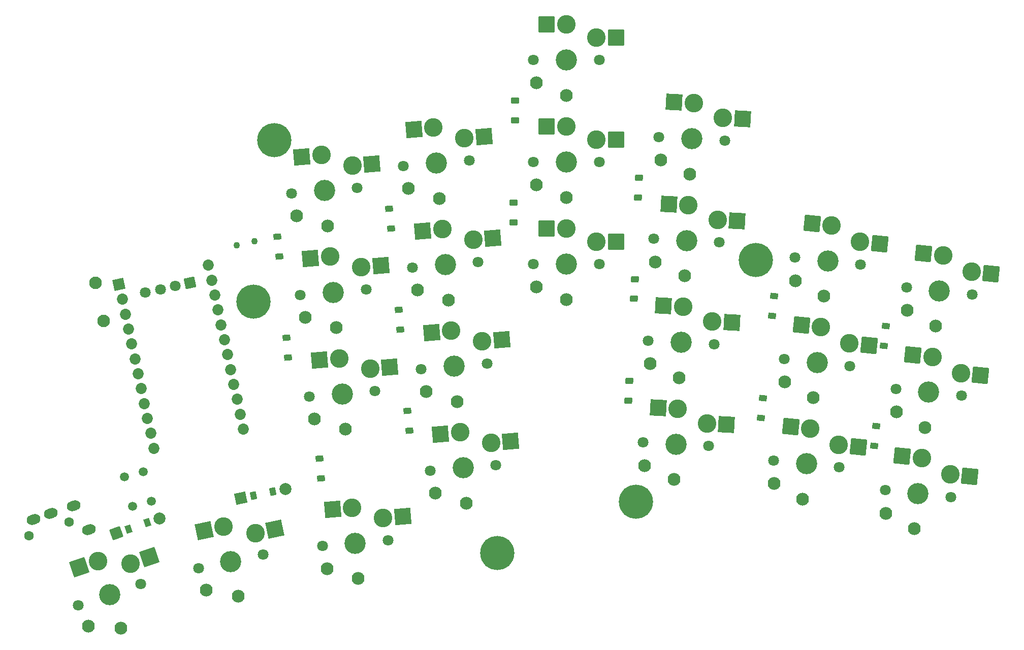
<source format=gbr>
%TF.GenerationSoftware,KiCad,Pcbnew,(6.0.7-1)-1*%
%TF.CreationDate,2022-09-15T11:19:35-04:00*%
%TF.ProjectId,skyline_pcb_right,736b796c-696e-4655-9f70-63625f726967,v1.0.0*%
%TF.SameCoordinates,Original*%
%TF.FileFunction,Soldermask,Bot*%
%TF.FilePolarity,Negative*%
%FSLAX46Y46*%
G04 Gerber Fmt 4.6, Leading zero omitted, Abs format (unit mm)*
G04 Created by KiCad (PCBNEW (6.0.7-1)-1) date 2022-09-15 11:19:35*
%MOMM*%
%LPD*%
G01*
G04 APERTURE LIST*
G04 Aperture macros list*
%AMRoundRect*
0 Rectangle with rounded corners*
0 $1 Rounding radius*
0 $2 $3 $4 $5 $6 $7 $8 $9 X,Y pos of 4 corners*
0 Add a 4 corners polygon primitive as box body*
4,1,4,$2,$3,$4,$5,$6,$7,$8,$9,$2,$3,0*
0 Add four circle primitives for the rounded corners*
1,1,$1+$1,$2,$3*
1,1,$1+$1,$4,$5*
1,1,$1+$1,$6,$7*
1,1,$1+$1,$8,$9*
0 Add four rect primitives between the rounded corners*
20,1,$1+$1,$2,$3,$4,$5,0*
20,1,$1+$1,$4,$5,$6,$7,0*
20,1,$1+$1,$6,$7,$8,$9,0*
20,1,$1+$1,$8,$9,$2,$3,0*%
%AMHorizOval*
0 Thick line with rounded ends*
0 $1 width*
0 $2 $3 position (X,Y) of the first rounded end (center of the circle)*
0 $4 $5 position (X,Y) of the second rounded end (center of the circle)*
0 Add line between two ends*
20,1,$1,$2,$3,$4,$5,0*
0 Add two circle primitives to create the rounded ends*
1,1,$1,$2,$3*
1,1,$1,$4,$5*%
G04 Aperture macros list end*
%ADD10C,3.100000*%
%ADD11C,3.529000*%
%ADD12C,1.801800*%
%ADD13RoundRect,0.050000X-1.001307X-1.541877X1.541877X-1.001307X1.001307X1.541877X-1.541877X1.001307X0*%
%ADD14RoundRect,0.050000X-0.805936X-1.652413X1.652413X-0.805936X0.805936X1.652413X-1.652413X0.805936X0*%
%ADD15RoundRect,0.050000X-1.366255X-1.230182X1.230182X-1.366255X1.366255X1.230182X-1.230182X1.366255X0*%
%ADD16RoundRect,0.050000X-1.428765X-1.156991X1.156991X-1.428765X1.428765X1.156991X-1.156991X1.428765X0*%
%ADD17RoundRect,0.050000X0.636937X-0.395994X0.558497X0.500581X-0.636937X0.395994X-0.558497X-0.500581X0*%
%ADD18RoundRect,0.050000X-1.181751X-1.408356X1.408356X-1.181751X1.181751X1.408356X-1.408356X1.181751X0*%
%ADD19RoundRect,0.050000X-1.300000X-1.300000X1.300000X-1.300000X1.300000X1.300000X-1.300000X1.300000X0*%
%ADD20C,1.497000*%
%ADD21C,2.132000*%
%ADD22RoundRect,0.050000X-1.008150X0.654701X-0.654701X-1.008150X1.008150X-0.654701X0.654701X1.008150X0*%
%ADD23HorizOval,1.800000X0.000000X0.000000X0.000000X0.000000X0*%
%ADD24RoundRect,0.050000X0.549675X-0.510252X0.643751X0.384818X-0.549675X0.510252X-0.643751X-0.384818X0*%
%ADD25C,2.005000*%
%ADD26RoundRect,0.050000X-0.315419X-0.680449X0.564913X-0.493328X0.315419X0.680449X-0.564913X0.493328X0*%
%ADD27RoundRect,0.050000X-0.684740X-1.054407X1.054407X-0.684740X0.684740X1.054407X-1.054407X0.684740X0*%
%ADD28C,2.100000*%
%ADD29RoundRect,0.050000X0.600000X-0.450000X0.600000X0.450000X-0.600000X0.450000X-0.600000X-0.450000X0*%
%ADD30RoundRect,0.050000X0.575627X-0.480785X0.622729X0.417982X-0.575627X0.480785X-0.622729X-0.417982X0*%
%ADD31RoundRect,0.050000X-0.230142X-0.713817X0.620824X-0.420805X0.230142X0.713817X-0.620824X0.420805X0*%
%ADD32RoundRect,0.050000X-0.551136X-1.129996X1.129996X-0.551136X0.551136X1.129996X-1.129996X0.551136X0*%
%ADD33C,1.100000*%
%ADD34C,1.600000*%
%ADD35HorizOval,1.700000X0.283656X0.097670X-0.283656X-0.097670X0*%
%ADD36RoundRect,0.050000X-1.039344X0.674958X-0.674958X-1.039344X1.039344X-0.674958X0.674958X1.039344X0*%
%ADD37C,1.852600*%
%ADD38C,3.700000*%
%ADD39C,5.700000*%
G04 APERTURE END LIST*
D10*
%TO.C,S43*%
X171933284Y-167463093D03*
D11*
X173170359Y-173283071D03*
D12*
X167790547Y-174426585D03*
D10*
X177281428Y-168575459D03*
D12*
X178550171Y-172139557D03*
D13*
X168729851Y-168144004D03*
X180484862Y-167894548D03*
%TD*%
D10*
%TO.C,S45*%
X151018418Y-173199945D03*
D11*
X152955549Y-178825781D03*
D12*
X147755197Y-180616406D03*
D10*
X156462261Y-173652246D03*
D12*
X158155901Y-177035156D03*
D14*
X147921845Y-174266181D03*
X159558835Y-172586010D03*
%TD*%
D10*
%TO.C,S19*%
X250327525Y-96878556D03*
X255205534Y-99337221D03*
D12*
X244523664Y-102532554D03*
D11*
X250016126Y-102820402D03*
D12*
X255508588Y-103108250D03*
D15*
X247057013Y-96707156D03*
X258476045Y-99508621D03*
%TD*%
D12*
%TO.C,S1*%
X282239887Y-161415908D03*
D10*
X293074348Y-158784000D03*
X288331701Y-156073410D03*
D12*
X293179627Y-162565722D03*
D11*
X287709757Y-161990815D03*
D16*
X285074642Y-155731079D03*
X296331407Y-159126331D03*
%TD*%
D10*
%TO.C,S11*%
X278045985Y-120000649D03*
D12*
X267211524Y-122632557D03*
D10*
X273303338Y-117290059D03*
D11*
X272681394Y-123207464D03*
D12*
X278151264Y-123782371D03*
D16*
X270046279Y-116947728D03*
X281303044Y-120342980D03*
%TD*%
D17*
%TO.C,D14*%
X181230366Y-122418600D03*
X180942752Y-119131158D03*
%TD*%
D12*
%TO.C,S37*%
X195728506Y-127925706D03*
X184770364Y-128884420D03*
D10*
X189730858Y-122477705D03*
D11*
X190249435Y-128405063D03*
D10*
X194903574Y-124233554D03*
D18*
X186468321Y-122763140D03*
X198166112Y-123948119D03*
%TD*%
D12*
%TO.C,S23*%
X223582503Y-106703441D03*
D10*
X234082503Y-102953441D03*
D11*
X229082503Y-106703441D03*
D10*
X229082503Y-100753441D03*
D12*
X234582503Y-106703441D03*
D19*
X225807503Y-100753441D03*
X237357503Y-102953441D03*
%TD*%
D20*
%TO.C,\u002A\u002A*%
X158539441Y-158366741D03*
X159897011Y-163261983D03*
%TD*%
D12*
%TO.C,S10*%
X265434540Y-139539429D03*
X276374280Y-140689243D03*
D11*
X270904410Y-140114336D03*
D21*
X265534592Y-143370877D03*
X270287692Y-145982015D03*
%TD*%
D12*
%TO.C,S12*%
X267211524Y-122632557D03*
X278151264Y-123782371D03*
D11*
X272681394Y-123207464D03*
D21*
X267311576Y-126464005D03*
X272064676Y-129075143D03*
%TD*%
D22*
%TO.C,REF\u002A\u002A*%
X166401488Y-126858430D03*
D23*
X163916993Y-127386526D03*
X161432498Y-127914621D03*
X158948003Y-128442717D03*
%TD*%
D12*
%TO.C,S2*%
X293179627Y-162565722D03*
D11*
X287709757Y-161990815D03*
D12*
X282239887Y-161415908D03*
D21*
X282339939Y-165247356D03*
X287093039Y-167858494D03*
%TD*%
D24*
%TO.C,D1*%
X280409252Y-154015803D03*
X280754196Y-150733881D03*
%TD*%
D25*
%TO.C,D16*%
X182268652Y-161172400D03*
D26*
X176927966Y-162307598D03*
D27*
X174815168Y-162756688D03*
D26*
X180155854Y-161621490D03*
%TD*%
D12*
%TO.C,S5*%
X285793855Y-127602164D03*
D11*
X291263725Y-128177071D03*
D10*
X296628316Y-124970256D03*
D12*
X296733595Y-128751978D03*
D10*
X291885669Y-122259666D03*
D16*
X288628610Y-121917335D03*
X299885375Y-125312587D03*
%TD*%
D12*
%TO.C,S35*%
X197210154Y-144861016D03*
D10*
X196385222Y-141168864D03*
D11*
X191731083Y-145340373D03*
D12*
X186252012Y-145819730D03*
D10*
X191212506Y-139413015D03*
D18*
X187949969Y-139698450D03*
X199647760Y-140883429D03*
%TD*%
D12*
%TO.C,S22*%
X234582503Y-123703441D03*
D11*
X229082503Y-123703441D03*
D12*
X223582503Y-123703441D03*
D21*
X224082503Y-127503441D03*
X229082503Y-129603441D03*
%TD*%
D12*
%TO.C,S24*%
X223582503Y-106703441D03*
X234582503Y-106703441D03*
D11*
X229082503Y-106703441D03*
D21*
X224082503Y-110503441D03*
X229082503Y-112603441D03*
%TD*%
D17*
%TO.C,D12*%
X199876192Y-117784712D03*
X199588578Y-114497270D03*
%TD*%
D28*
%TO.C,RSW1*%
X150574651Y-126872329D03*
X151926077Y-133230289D03*
%TD*%
D12*
%TO.C,S25*%
X223582503Y-89703441D03*
D11*
X229082503Y-89703441D03*
D12*
X234582503Y-89703441D03*
D10*
X234082503Y-85953441D03*
X229082503Y-83753441D03*
D19*
X225807503Y-83753441D03*
X237357503Y-85953441D03*
%TD*%
D11*
%TO.C,S44*%
X173170359Y-173283071D03*
D12*
X167790547Y-174426585D03*
X178550171Y-172139557D03*
D21*
X169069685Y-178039590D03*
X174397038Y-179054142D03*
%TD*%
D12*
%TO.C,S26*%
X234582503Y-89703441D03*
X223582503Y-89703441D03*
D11*
X229082503Y-89703441D03*
D21*
X224082503Y-93503441D03*
X229082503Y-95603441D03*
%TD*%
D12*
%TO.C,S39*%
X183288716Y-111949110D03*
D11*
X188767787Y-111469753D03*
D10*
X193421926Y-107298244D03*
D12*
X194246858Y-110990396D03*
D10*
X188249210Y-105542395D03*
D18*
X184986673Y-105827830D03*
X196684464Y-107012809D03*
%TD*%
D12*
%TO.C,S21*%
X234582503Y-123703441D03*
D10*
X229082503Y-117753441D03*
D11*
X229082503Y-123703441D03*
D12*
X223582503Y-123703441D03*
D10*
X234082503Y-119953441D03*
D19*
X225807503Y-117753441D03*
X237357503Y-119953441D03*
%TD*%
D29*
%TO.C,D8*%
X220271806Y-116738220D03*
X220271806Y-113438220D03*
%TD*%
D12*
%TO.C,S18*%
X254618877Y-120084952D03*
D11*
X249126415Y-119797104D03*
D12*
X243633953Y-119509256D03*
D21*
X243934391Y-123330216D03*
X248817633Y-125689018D03*
%TD*%
D11*
%TO.C,S8*%
X269127426Y-157021208D03*
D12*
X263657556Y-156446301D03*
X274597296Y-157596115D03*
D21*
X263757608Y-160277749D03*
X268510708Y-162888887D03*
%TD*%
D12*
%TO.C,S14*%
X241854530Y-153462661D03*
D11*
X247346992Y-153750509D03*
D12*
X252839454Y-154038357D03*
D21*
X242154968Y-157283621D03*
X247038210Y-159642423D03*
%TD*%
D10*
%TO.C,S17*%
X249437814Y-113855258D03*
D12*
X254618877Y-120084952D03*
D11*
X249126415Y-119797104D03*
D12*
X243633953Y-119509256D03*
D10*
X254315823Y-116313923D03*
D15*
X246167302Y-113683858D03*
X257586334Y-116485323D03*
%TD*%
D11*
%TO.C,S34*%
X207438377Y-106875020D03*
D12*
X212917448Y-106395663D03*
X201959306Y-107354377D03*
D21*
X202788595Y-111096339D03*
X207952596Y-112752569D03*
%TD*%
D30*
%TO.C,D7*%
X240995417Y-112584894D03*
X241168125Y-109289416D03*
%TD*%
D11*
%TO.C,S31*%
X208920025Y-123810330D03*
D10*
X208401448Y-117882972D03*
D12*
X203440954Y-124289687D03*
D10*
X213574164Y-119638821D03*
D12*
X214399096Y-123330973D03*
D18*
X205138911Y-118168407D03*
X216836702Y-119353386D03*
%TD*%
D11*
%TO.C,S32*%
X208920025Y-123810330D03*
D12*
X214399096Y-123330973D03*
X203440954Y-124289687D03*
D21*
X204270243Y-128031649D03*
X209434244Y-129687879D03*
%TD*%
D12*
%TO.C,S30*%
X204922601Y-141224997D03*
D11*
X210401672Y-140745640D03*
D12*
X215880743Y-140266283D03*
D21*
X205751890Y-144966959D03*
X210915891Y-146623189D03*
%TD*%
D10*
%TO.C,S27*%
X216537459Y-153509441D03*
D12*
X217362391Y-157201593D03*
D10*
X211364743Y-151753592D03*
D11*
X211883320Y-157680950D03*
D12*
X206404249Y-158160307D03*
D18*
X208102206Y-152039027D03*
X219799997Y-153224006D03*
%TD*%
D31*
%TO.C,D17*%
X156115667Y-167873596D03*
D25*
X161278199Y-166095994D03*
D32*
X154073347Y-168576824D03*
D31*
X159235879Y-166799222D03*
%TD*%
D10*
%TO.C,S3*%
X290108685Y-139166538D03*
X294851332Y-141877128D03*
D12*
X284016871Y-144509036D03*
X294956611Y-145658850D03*
D11*
X289486741Y-145083943D03*
D16*
X286851626Y-138824207D03*
X298108391Y-142219459D03*
%TD*%
D12*
%TO.C,S28*%
X206404249Y-158160307D03*
D11*
X211883320Y-157680950D03*
D12*
X217362391Y-157201593D03*
D21*
X207233538Y-161902269D03*
X212397539Y-163558499D03*
%TD*%
D12*
%TO.C,S36*%
X197210154Y-144861016D03*
X186252012Y-145819730D03*
D11*
X191731083Y-145340373D03*
D21*
X187081301Y-149561692D03*
X192245302Y-151217922D03*
%TD*%
D33*
%TO.C,T1*%
X177091140Y-119918878D03*
X174156698Y-120542614D03*
%TD*%
D17*
%TO.C,D11*%
X201431365Y-134608159D03*
X201143751Y-131320717D03*
%TD*%
D12*
%TO.C,S41*%
X188430905Y-170724598D03*
D10*
X193391399Y-164317883D03*
X198564115Y-166073732D03*
D12*
X199389047Y-169765884D03*
D11*
X193909976Y-170245241D03*
D18*
X190128862Y-164603318D03*
X201826653Y-165788297D03*
%TD*%
D11*
%TO.C,S40*%
X188767787Y-111469753D03*
D12*
X183288716Y-111949110D03*
X194246858Y-110990396D03*
D21*
X184118005Y-115691072D03*
X189282006Y-117347302D03*
%TD*%
D34*
%TO.C,REF\u002A\u002A*%
X139561300Y-168987585D03*
X146179931Y-166708608D03*
D35*
X149481637Y-168004266D03*
X146943953Y-164013006D03*
X143161879Y-165315278D03*
X140325323Y-166291983D03*
%TD*%
D24*
%TO.C,D4*%
X263393404Y-132329433D03*
X263738348Y-129047511D03*
%TD*%
D30*
%TO.C,D6*%
X240324663Y-129502799D03*
X240497371Y-126207321D03*
%TD*%
D12*
%TO.C,S38*%
X184770364Y-128884420D03*
D11*
X190249435Y-128405063D03*
D12*
X195728506Y-127925706D03*
D21*
X185599653Y-132626382D03*
X190763654Y-134282612D03*
%TD*%
D36*
%TO.C,MCU1*%
X154536500Y-127077567D03*
D37*
X155064596Y-129562062D03*
X155592691Y-132046557D03*
X156120787Y-134531052D03*
X156648883Y-137015547D03*
X157176978Y-139500042D03*
X157705074Y-141984537D03*
X158233170Y-144469031D03*
X158761266Y-146953526D03*
X159289361Y-149438021D03*
X159817457Y-151922516D03*
X160345553Y-154407011D03*
X169443469Y-123908993D03*
X169971565Y-126393488D03*
X170499661Y-128877983D03*
X171027756Y-131362478D03*
X171555852Y-133846973D03*
X172083948Y-136331467D03*
X172612044Y-138815962D03*
X173140139Y-141300457D03*
X173668235Y-143784952D03*
X174196331Y-146269447D03*
X174724426Y-148753942D03*
X175252522Y-151238437D03*
%TD*%
D17*
%TO.C,D15*%
X188236018Y-159459123D03*
X187948404Y-156171681D03*
%TD*%
D24*
%TO.C,D2*%
X282025458Y-137322824D03*
X282370402Y-134040902D03*
%TD*%
D12*
%TO.C,S46*%
X158155901Y-177035156D03*
X147755197Y-180616406D03*
D11*
X152955549Y-178825781D03*
D21*
X149465115Y-184046592D03*
X154876401Y-184404341D03*
%TD*%
D12*
%TO.C,S29*%
X215880743Y-140266283D03*
D11*
X210401672Y-140745640D03*
D10*
X215055811Y-136574131D03*
D12*
X204922601Y-141224997D03*
D10*
X209883095Y-134818282D03*
D18*
X206620558Y-135103717D03*
X218318349Y-136288696D03*
%TD*%
D12*
%TO.C,S42*%
X199389047Y-169765884D03*
X188430905Y-170724598D03*
D11*
X193909976Y-170245241D03*
D21*
X189260194Y-174466560D03*
X194424195Y-176122790D03*
%TD*%
D11*
%TO.C,S15*%
X248236703Y-136773806D03*
D12*
X253729165Y-137061654D03*
X242744241Y-136485958D03*
D10*
X248548102Y-130831960D03*
X253426111Y-133290625D03*
D15*
X245277590Y-130660560D03*
X256696622Y-133462025D03*
%TD*%
D29*
%TO.C,D9*%
X220586513Y-99768303D03*
X220586513Y-96468303D03*
%TD*%
D11*
%TO.C,S33*%
X207438377Y-106875020D03*
D12*
X212917448Y-106395663D03*
D10*
X212092516Y-102703511D03*
D12*
X201959306Y-107354377D03*
D10*
X206919800Y-100947662D03*
D18*
X203657263Y-101233097D03*
X215355054Y-102418076D03*
%TD*%
D24*
%TO.C,D3*%
X261553614Y-149320526D03*
X261898558Y-146038604D03*
%TD*%
D12*
%TO.C,S6*%
X296733595Y-128751978D03*
D11*
X291263725Y-128177071D03*
D12*
X285793855Y-127602164D03*
D21*
X285893907Y-131433612D03*
X290647007Y-134044750D03*
%TD*%
D38*
%TO.C,REF\u002A\u002A*%
X180407787Y-103019753D03*
D39*
X180407787Y-103019753D03*
%TD*%
D17*
%TO.C,D13*%
X182720931Y-139261977D03*
X182433317Y-135974535D03*
%TD*%
D30*
%TO.C,D5*%
X239430325Y-146495231D03*
X239603033Y-143199753D03*
%TD*%
D20*
%TO.C,\u002A\u002A*%
X155467798Y-159198644D03*
X156825368Y-164093886D03*
%TD*%
D12*
%TO.C,S4*%
X284016871Y-144509036D03*
X294956611Y-145658850D03*
D11*
X289486741Y-145083943D03*
D21*
X284116923Y-148340484D03*
X288870023Y-150951622D03*
%TD*%
D12*
%TO.C,S20*%
X244523664Y-102532554D03*
X255508588Y-103108250D03*
D11*
X250016126Y-102820402D03*
D21*
X244824102Y-106353514D03*
X249707344Y-108712316D03*
%TD*%
D10*
%TO.C,S7*%
X274492017Y-153814393D03*
D12*
X263657556Y-156446301D03*
X274597296Y-157596115D03*
D11*
X269127426Y-157021208D03*
D10*
X269749370Y-151103803D03*
D16*
X266492311Y-150761472D03*
X277749076Y-154156724D03*
%TD*%
D11*
%TO.C,S13*%
X247346992Y-153750509D03*
D10*
X252536400Y-150267328D03*
D12*
X241854530Y-153462661D03*
X252839454Y-154038357D03*
D10*
X247658391Y-147808663D03*
D15*
X244387879Y-147637263D03*
X255806911Y-150438728D03*
%TD*%
D12*
%TO.C,S9*%
X276374280Y-140689243D03*
D11*
X270904410Y-140114336D03*
D10*
X271526354Y-134196931D03*
X276269001Y-136907521D03*
D12*
X265434540Y-139539429D03*
D16*
X268269295Y-133854600D03*
X279526060Y-137249852D03*
%TD*%
D17*
%TO.C,D10*%
X202904808Y-151468827D03*
X202617194Y-148181385D03*
%TD*%
D12*
%TO.C,S16*%
X242744241Y-136485958D03*
D11*
X248236703Y-136773806D03*
D12*
X253729165Y-137061654D03*
D21*
X243044679Y-140306918D03*
X247927921Y-142665720D03*
%TD*%
D39*
%TO.C,REF\u002A\u002A*%
X240682503Y-163303441D03*
D38*
X240682503Y-163303441D03*
%TD*%
%TO.C,REF\u002A\u002A*%
X217582503Y-171903441D03*
D39*
X217582503Y-171903441D03*
%TD*%
D38*
%TO.C,REF\u002A\u002A*%
X260672503Y-123043441D03*
D39*
X260672503Y-123043441D03*
%TD*%
%TO.C,REF\u002A\u002A*%
X176982503Y-130003441D03*
D38*
X176982503Y-130003441D03*
%TD*%
M02*

</source>
